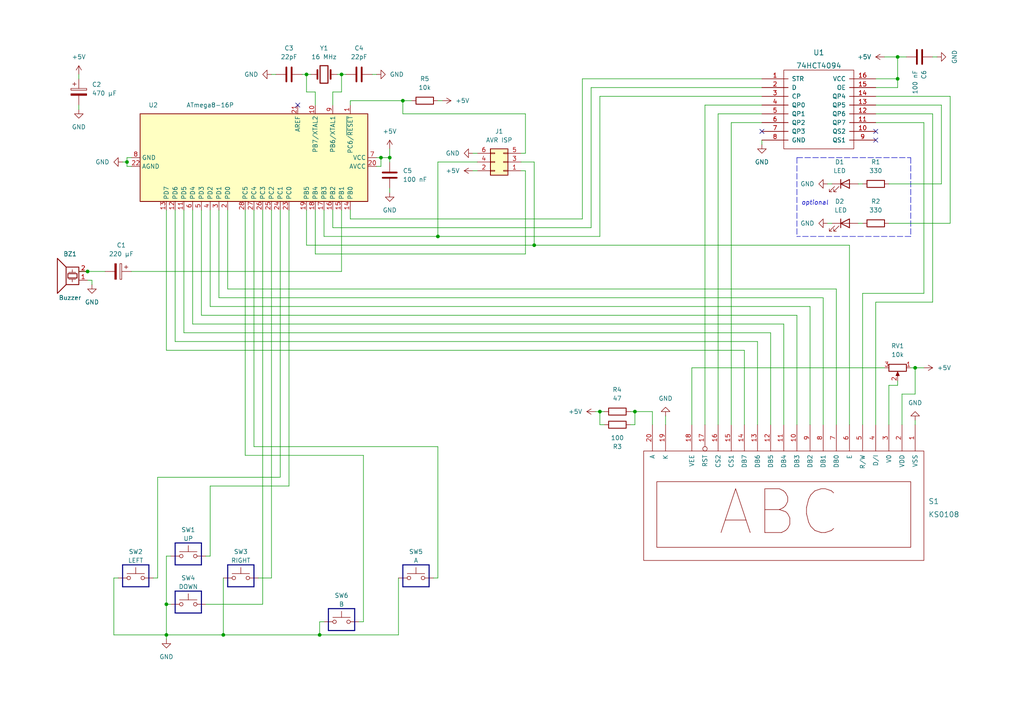
<source format=kicad_sch>
(kicad_sch (version 20211123) (generator eeschema)
  (paper "A4")
  (title_block (title "Tetris - Plain board") (date "2022-02-23") (rev "1.0") (company "Michael Büsch <m@bues.ch>"))
  (lib_symbols
    (symbol "74hct4094:74HCT4094" (pin_names (offset 1.016))
      (property "Reference" "U" (at 0 -13.9954 0))
      (property "Value" "74HCT4094" (at 0 13.9954 0))
      (symbol "74HCT4094_0_1"
        (rectangle (start -10.16 11.43) (end 10.16 -11.43))
      )
      (symbol "74HCT4094_1_1"
        (pin input line (at -16.51 8.89 0) (length 7.62) (name "STR") (number "1"))
        (pin input line (at 16.51 -6.35 180) (length 7.62) (name "QS2") (number "10"))
        (pin input line (at 16.51 -3.81 180) (length 7.62) (name "QP7") (number "11"))
        (pin input line (at 16.51 -1.27 180) (length 7.62) (name "QP6") (number "12"))
        (pin input line (at 16.51 1.27 180) (length 7.62) (name "QP5") (number "13"))
        (pin input line (at 16.51 3.81 180) (length 7.62) (name "QP4") (number "14"))
        (pin input line (at 16.51 6.35 180) (length 7.62) (name "OE") (number "15"))
        (pin input line (at 16.51 8.89 180) (length 7.62) (name "VCC") (number "16"))
        (pin input line (at -16.51 6.35 0) (length 7.62) (name "D") (number "2"))
        (pin input line (at -16.51 3.81 0) (length 7.62) (name "CP") (number "3"))
        (pin input line (at -16.51 1.27 0) (length 7.62) (name "QP0") (number "4"))
        (pin input line (at -16.51 -1.27 0) (length 7.62) (name "QP1") (number "5"))
        (pin input line (at -16.51 -3.81 0) (length 7.62) (name "QP2") (number "6"))
        (pin input line (at -16.51 -6.35 0) (length 7.62) (name "QP3") (number "7"))
        (pin input line (at -16.51 -8.89 0) (length 7.62) (name "GND") (number "8"))
        (pin input line (at 16.51 -8.89 180) (length 7.62) (name "QS1") (number "9"))
      )
    )
    (symbol "Connector_Generic:Conn_02x03_Odd_Even" (pin_names (offset 1.016) hide)
      (property "Reference" "J" (at 1.27 5.08 0))
      (property "Value" "Conn_02x03_Odd_Even" (at 1.27 -5.08 0))
      (symbol "Conn_02x03_Odd_Even_1_1"
        (rectangle (start -1.27 -2.413) (end 0 -2.667) (stroke (width 0.1524)))
        (rectangle (start -1.27 0.127) (end 0 -0.127) (stroke (width 0.1524)))
        (rectangle (start -1.27 2.667) (end 0 2.413) (stroke (width 0.1524)))
        (rectangle (start -1.27 3.81) (end 3.81 -3.81) (stroke (width 0.254)) (fill (type background)))
        (rectangle (start 3.81 -2.413) (end 2.54 -2.667) (stroke (width 0.1524)))
        (rectangle (start 3.81 0.127) (end 2.54 -0.127) (stroke (width 0.1524)))
        (rectangle (start 3.81 2.667) (end 2.54 2.413) (stroke (width 0.1524)))
        (pin passive line (at -5.08 2.54 0) (length 3.81) (name "Pin_1") (number "1"))
        (pin passive line (at 7.62 2.54 180) (length 3.81) (name "Pin_2") (number "2"))
        (pin passive line (at -5.08 0 0) (length 3.81) (name "Pin_3") (number "3"))
        (pin passive line (at 7.62 0 180) (length 3.81) (name "Pin_4") (number "4"))
        (pin passive line (at -5.08 -2.54 0) (length 3.81) (name "Pin_5") (number "5"))
        (pin passive line (at 7.62 -2.54 180) (length 3.81) (name "Pin_6") (number "6"))
      )
    )
    (symbol "Device:C" (pin_numbers hide) (pin_names (offset 0.254))
      (property "Reference" "C" (at 0.635 2.54 0))
      (property "Value" "C" (at 0.635 -2.54 0))
      (symbol "C_0_1"
        (polyline (pts (xy -2.032 -0.762) (xy 2.032 -0.762)) (stroke (width 0.508)))
        (polyline (pts (xy -2.032 0.762) (xy 2.032 0.762)) (stroke (width 0.508)))
      )
      (symbol "C_1_1"
        (pin passive line (at 0 3.81 270) (length 2.794) (name "~") (number "1"))
        (pin passive line (at 0 -3.81 90) (length 2.794) (name "~") (number "2"))
      )
    )
    (symbol "Device:C_Polarized" (pin_numbers hide) (pin_names (offset 0.254))
      (property "Reference" "C" (at 0.635 2.54 0))
      (property "Value" "C_Polarized" (at 0.635 -2.54 0))
      (symbol "C_Polarized_0_1"
        (rectangle (start -2.286 0.508) (end 2.286 1.016))
        (polyline (pts (xy -1.778 2.286) (xy -0.762 2.286)))
        (polyline (pts (xy -1.27 2.794) (xy -1.27 1.778)))
        (rectangle (start 2.286 -0.508) (end -2.286 -1.016) (fill (type outline)))
      )
      (symbol "C_Polarized_1_1"
        (pin passive line (at 0 3.81 270) (length 2.794) (name "~") (number "1"))
        (pin passive line (at 0 -3.81 90) (length 2.794) (name "~") (number "2"))
      )
    )
    (symbol "Device:Crystal" (pin_numbers hide) (pin_names (offset 1.016) hide)
      (property "Reference" "Y" (at 0 3.81 0))
      (property "Value" "Crystal" (at 0 -3.81 0))
      (symbol "Crystal_0_1"
        (rectangle (start -1.143 2.54) (end 1.143 -2.54) (stroke (width 0.3048)))
        (polyline (pts (xy -2.54 0) (xy -1.905 0)))
        (polyline (pts (xy -1.905 -1.27) (xy -1.905 1.27)) (stroke (width 0.508)))
        (polyline (pts (xy 1.905 -1.27) (xy 1.905 1.27)) (stroke (width 0.508)))
        (polyline (pts (xy 2.54 0) (xy 1.905 0)))
      )
      (symbol "Crystal_1_1"
        (pin passive line (at -3.81 0 0) (length 1.27) (name "1") (number "1"))
        (pin passive line (at 3.81 0 180) (length 1.27) (name "2") (number "2"))
      )
    )
    (symbol "Device:LED" (pin_numbers hide) (pin_names (offset 1.016) hide)
      (property "Reference" "D" (at 0 2.54 0))
      (property "Value" "LED" (at 0 -2.54 0))
      (symbol "LED_0_1"
        (polyline (pts (xy -1.27 -1.27) (xy -1.27 1.27)) (stroke (width 0.254)))
        (polyline (pts (xy -1.27 0) (xy 1.27 0)))
        (polyline (pts (xy 1.27 -1.27) (xy 1.27 1.27) (xy -1.27 0) (xy 1.27 -1.27)) (stroke (width 0.254)))
        (polyline (pts (xy -3.048 -0.762) (xy -4.572 -2.286) (xy -3.81 -2.286) (xy -4.572 -2.286) (xy -4.572 -1.524)))
        (polyline (pts (xy -1.778 -0.762) (xy -3.302 -2.286) (xy -2.54 -2.286) (xy -3.302 -2.286) (xy -3.302 -1.524)))
      )
      (symbol "LED_1_1"
        (pin passive line (at -3.81 0 0) (length 2.54) (name "K") (number "1"))
        (pin passive line (at 3.81 0 180) (length 2.54) (name "A") (number "2"))
      )
    )
    (symbol "Device:R" (pin_numbers hide) (pin_names (offset 0))
      (property "Reference" "R" (at 2.032 0 90))
      (property "Value" "R" (at 0 0 90))
      (symbol "R_0_1"
        (rectangle (start -1.016 -2.54) (end 1.016 2.54) (stroke (width 0.254)))
      )
      (symbol "R_1_1"
        (pin passive line (at 0 3.81 270) (length 1.27) (name "~") (number "1"))
        (pin passive line (at 0 -3.81 90) (length 1.27) (name "~") (number "2"))
      )
    )
    (symbol "Device:R_Potentiometer" (pin_names (offset 1.016) hide)
      (property "Reference" "RV" (at -4.445 0 90))
      (property "Value" "R_Potentiometer" (at -2.54 0 90))
      (symbol "R_Potentiometer_0_1"
        (polyline (pts (xy 2.54 0) (xy 1.524 0)))
        (polyline (pts (xy 1.143 0) (xy 2.286 0.508) (xy 2.286 -0.508) (xy 1.143 0)) (fill (type outline)))
        (rectangle (start 1.016 2.54) (end -1.016 -2.54) (stroke (width 0.254)))
      )
      (symbol "R_Potentiometer_1_1"
        (pin passive line (at 0 3.81 270) (length 1.27) (name "1") (number "1"))
        (pin passive line (at 3.81 0 180) (length 1.27) (name "2") (number "2"))
        (pin passive line (at 0 -3.81 90) (length 1.27) (name "3") (number "3"))
      )
    )
    (symbol "Device:Speaker_Crystal" (pin_names (offset 0) hide)
      (property "Reference" "LS" (at 0.635 5.715 0))
      (property "Value" "Speaker_Crystal" (at 0.635 3.81 0))
      (symbol "Speaker_Crystal_0_0"
        (rectangle (start -2.54 1.27) (end 1.143 -3.81) (stroke (width 0.254)))
        (rectangle (start -2.032 -0.635) (end 0.635 -1.905) (stroke (width 0.254)))
        (polyline (pts (xy -1.651 -2.286) (xy 0.381 -2.286)))
        (polyline (pts (xy -1.651 -0.254) (xy 0.381 -0.254)))
        (polyline (pts (xy -0.635 -2.286) (xy -0.635 -3.048)))
        (polyline (pts (xy -0.635 -0.254) (xy -0.635 0.508)))
        (polyline (pts (xy 1.143 1.27) (xy 3.683 3.81) (xy 3.683 -6.35) (xy 1.143 -3.81)) (stroke (width 0.254)))
      )
      (symbol "Speaker_Crystal_1_1"
        (pin input line (at -5.08 0 0) (length 2.54) (name "1") (number "1"))
        (pin input line (at -5.08 -2.54 0) (length 2.54) (name "2") (number "2"))
      )
    )
    (symbol "MCU_Microchip_ATmega:ATmega8-16P"
      (property "Reference" "U" (at -12.7 34.29 0))
      (property "Value" "ATmega8-16P" (at 5.08 -34.29 0))
      (symbol "ATmega8-16P_0_1"
        (rectangle (start -12.7 -33.02) (end 12.7 33.02) (stroke (width 0.254)) (fill (type background)))
      )
      (symbol "ATmega8-16P_1_1"
        (pin bidirectional line (at -15.24 27.94 0) (length 2.54) (name "PC6/~{RESET}") (number "1"))
        (pin bidirectional line (at -15.24 17.78 0) (length 2.54) (name "PB7/XTAL2") (number "10"))
        (pin bidirectional line (at 15.24 -20.32 180) (length 2.54) (name "PD5") (number "11"))
        (pin bidirectional line (at 15.24 -22.86 180) (length 2.54) (name "PD6") (number "12"))
        (pin bidirectional line (at 15.24 -25.4 180) (length 2.54) (name "PD7") (number "13"))
        (pin bidirectional line (at 15.24 27.94 180) (length 2.54) (name "PB0") (number "14"))
        (pin bidirectional line (at 15.24 25.4 180) (length 2.54) (name "PB1") (number "15"))
        (pin bidirectional line (at 15.24 22.86 180) (length 2.54) (name "PB2") (number "16"))
        (pin bidirectional line (at 15.24 20.32 180) (length 2.54) (name "PB3") (number "17"))
        (pin bidirectional line (at 15.24 17.78 180) (length 2.54) (name "PB4") (number "18"))
        (pin bidirectional line (at 15.24 15.24 180) (length 2.54) (name "PB5") (number "19"))
        (pin bidirectional line (at 15.24 -7.62 180) (length 2.54) (name "PD0") (number "2"))
        (pin power_in line (at 2.54 35.56 270) (length 2.54) (name "AVCC") (number "20"))
        (pin passive line (at -15.24 12.7 0) (length 2.54) (name "AREF") (number "21"))
        (pin power_in line (at 2.54 -35.56 90) (length 2.54) (name "AGND") (number "22"))
        (pin bidirectional line (at 15.24 10.16 180) (length 2.54) (name "PC0") (number "23"))
        (pin bidirectional line (at 15.24 7.62 180) (length 2.54) (name "PC1") (number "24"))
        (pin bidirectional line (at 15.24 5.08 180) (length 2.54) (name "PC2") (number "25"))
        (pin bidirectional line (at 15.24 2.54 180) (length 2.54) (name "PC3") (number "26"))
        (pin bidirectional line (at 15.24 0 180) (length 2.54) (name "PC4") (number "27"))
        (pin bidirectional line (at 15.24 -2.54 180) (length 2.54) (name "PC5") (number "28"))
        (pin bidirectional line (at 15.24 -10.16 180) (length 2.54) (name "PD1") (number "3"))
        (pin bidirectional line (at 15.24 -12.7 180) (length 2.54) (name "PD2") (number "4"))
        (pin bidirectional line (at 15.24 -15.24 180) (length 2.54) (name "PD3") (number "5"))
        (pin bidirectional line (at 15.24 -17.78 180) (length 2.54) (name "PD4") (number "6"))
        (pin power_in line (at 0 35.56 270) (length 2.54) (name "VCC") (number "7"))
        (pin power_in line (at 0 -35.56 90) (length 2.54) (name "GND") (number "8"))
        (pin bidirectional line (at -15.24 22.86 0) (length 2.54) (name "PB6/XTAL1") (number "9"))
      )
    )
    (symbol "Switch:SW_Push" (pin_numbers hide) (pin_names (offset 1.016) hide)
      (property "Reference" "SW" (at 1.27 2.54 0))
      (property "Value" "SW_Push" (at 0 -1.524 0))
      (symbol "SW_Push_0_1"
        (circle (center -2.032 0) (radius 0.508))
        (polyline (pts (xy 0 1.27) (xy 0 3.048)))
        (polyline (pts (xy 2.54 1.27) (xy -2.54 1.27)))
        (circle (center 2.032 0) (radius 0.508))
        (pin passive line (at -5.08 0 0) (length 2.54) (name "1") (number "1"))
        (pin passive line (at 5.08 0 180) (length 2.54) (name "2") (number "2"))
      )
    )
    (symbol "ks0108:KS0108" (pin_names (offset 1.016))
      (property "Reference" "S" (at -20.32 20.32 0))
      (property "Value" "KS0108" (at 20.32 20.32 0))
      (symbol "KS0108_0_0"
        (text "ABC" (at 1.27 3.81 0) (effects (font (size 12.7 12.7))))
      )
      (symbol "KS0108_0_1"
        (rectangle (start -36.83 13.97) (end 36.83 -5.08))
        (rectangle (start 40.64 -13.97) (end -40.64 17.78))
      )
      (symbol "KS0108_1_1"
        (pin input line (at -38.1 -21.59 90) (length 7.62) (name "VSS") (number "1"))
        (pin input line (at -3.81 -21.59 90) (length 7.62) (name "DB3") (number "10"))
        (pin input line (at 0 -21.59 90) (length 7.62) (name "DB4") (number "11"))
        (pin input line (at 3.81 -21.59 90) (length 7.62) (name "DB5") (number "12"))
        (pin input line (at 7.62 -21.59 90) (length 7.62) (name "DB6") (number "13"))
        (pin input line (at 11.43 -21.59 90) (length 7.62) (name "DB7") (number "14"))
        (pin input line (at 15.24 -21.59 90) (length 7.62) (name "CS1") (number "15"))
        (pin input line (at 19.05 -21.59 90) (length 7.62) (name "CS2") (number "16"))
        (pin input inverted (at 22.86 -21.59 90) (length 7.62) (name "RST") (number "17"))
        (pin input line (at 26.67 -21.59 90) (length 7.62) (name "VEE") (number "18"))
        (pin input line (at 34.29 -21.59 90) (length 7.62) (name "K") (number "19"))
        (pin input line (at -34.29 -21.59 90) (length 7.62) (name "VDD") (number "2"))
        (pin input line (at 38.1 -21.59 90) (length 7.62) (name "A") (number "20"))
        (pin input line (at -30.48 -21.59 90) (length 7.62) (name "V0") (number "3"))
        (pin input line (at -26.67 -21.59 90) (length 7.62) (name "D/I") (number "4"))
        (pin input line (at -22.86 -21.59 90) (length 7.62) (name "R/W") (number "5"))
        (pin input line (at -19.05 -21.59 90) (length 7.62) (name "E") (number "6"))
        (pin input line (at -15.24 -21.59 90) (length 7.62) (name "DB0") (number "7"))
        (pin input line (at -11.43 -21.59 90) (length 7.62) (name "DB1") (number "8"))
        (pin input line (at -7.62 -21.59 90) (length 7.62) (name "DB2") (number "9"))
      )
    )
    (symbol "power:+5V" (power) (pin_names (offset 0))
      (property "Value" "+5V" (at 0 3.556 0))
      (symbol "+5V_0_1"
        (polyline (pts (xy -0.762 1.27) (xy 0 2.54)))
        (polyline (pts (xy 0 0) (xy 0 2.54)))
        (polyline (pts (xy 0 2.54) (xy 0.762 1.27)))
      )
      (symbol "+5V_1_1"
        (pin power_in line (at 0 0 90) (length 0) hide (name "+5V") (number "1"))
      )
    )
    (symbol "power:GND" (power) (pin_names (offset 0))
      (property "Value" "GND" (at 0 -3.81 0))
      (symbol "GND_0_1"
        (polyline (pts (xy 0 0) (xy 0 -1.27) (xy 1.27 -1.27) (xy 0 -2.54) (xy -1.27 -1.27) (xy 0 -1.27)))
      )
      (symbol "GND_1_1"
        (pin power_in line (at 0 0 270) (length 0) hide (name "GND") (number "1"))
      )
    )
  )
  (junction (at 113.03 45.72))
  (junction (at 99.06 21.59))
  (junction (at 92.71 184.15))
  (junction (at 36.83 46.99))
  (junction (at 184.15 119.38))
  (junction (at 154.94 71.12))
  (junction (at 110.49 45.72))
  (junction (at 260.35 16.51))
  (junction (at 127 68.58))
  (junction (at 25.4 78.74))
  (junction (at 48.26 175.26))
  (junction (at 48.26 184.15))
  (junction (at 173.99 119.38))
  (junction (at 64.77 184.15))
  (junction (at 116.84 29.21))
  (junction (at 88.9 21.59))
  (junction (at 265.43 106.68))
  (junction (at 260.35 22.86))
  (no_connect (at 220.98 38.1))
  (no_connect (at 86.36 30.48))
  (no_connect (at 254 38.1))
  (no_connect (at 254 40.64))
  (bus (pts (xy 50.8 171.45) (xy 50.8 177.8)))
  (wire (pts (xy 127 129.54) (xy 127 167.64)))
  (wire (pts (xy 99.06 26.67) (xy 96.52 26.67)))
  (wire (pts (xy 154.94 46.99) (xy 154.94 71.12)))
  (wire (pts (xy 152.4 44.45) (xy 151.13 44.45)))
  (wire (pts (xy 275.59 64.77) (xy 275.59 27.94)))
  (wire (pts (xy 63.5 86.36) (xy 238.76 86.36)))
  (wire (pts (xy 26.67 81.28) (xy 26.67 82.55)))
  (wire (pts (xy 96.52 60.96) (xy 96.52 66.04)))
  (wire (pts (xy 48.26 184.15) (xy 48.26 185.42)))
  (wire (pts (xy 223.52 96.52) (xy 223.52 123.19)))
  (wire (pts (xy 55.88 60.96) (xy 55.88 93.98)))
  (wire (pts (xy 260.35 22.86) (xy 260.35 25.4)))
  (wire (pts (xy 265.43 114.3) (xy 265.43 106.68)))
  (wire (pts (xy 220.98 33.02) (xy 208.28 33.02)))
  (wire (pts (xy 60.96 60.96) (xy 60.96 88.9)))
  (wire (pts (xy 265.43 121.92) (xy 265.43 123.19)))
  (wire (pts (xy 113.03 45.72) (xy 113.03 46.99)))
  (bus (pts (xy 73.66 170.18) (xy 73.66 163.83)))
  (bus (pts (xy 66.04 163.83) (xy 66.04 170.18)))
  (wire (pts (xy 138.43 49.53) (xy 137.16 49.53)))
  (wire (pts (xy 212.09 35.56) (xy 212.09 123.19)))
  (wire (pts (xy 193.04 120.65) (xy 193.04 123.19)))
  (wire (pts (xy 36.83 45.72) (xy 36.83 46.99)))
  (wire (pts (xy 48.26 175.26) (xy 49.53 175.26)))
  (wire (pts (xy 45.72 167.64) (xy 44.45 167.64)))
  (bus (pts (xy 50.8 163.83) (xy 58.42 163.83)))
  (bus (pts (xy 58.42 177.8) (xy 58.42 171.45)))
  (polyline (pts (xy 264.16 45.72) (xy 264.16 68.58)))
  (wire (pts (xy 88.9 26.67) (xy 91.44 26.67)))
  (wire (pts (xy 48.26 161.29) (xy 48.26 175.26)))
  (wire (pts (xy 248.92 64.77) (xy 250.19 64.77)))
  (wire (pts (xy 96.52 26.67) (xy 96.52 30.48)))
  (bus (pts (xy 50.8 157.48) (xy 58.42 157.48)))
  (wire (pts (xy 87.63 21.59) (xy 88.9 21.59)))
  (wire (pts (xy 116.84 33.02) (xy 152.4 33.02)))
  (wire (pts (xy 138.43 46.99) (xy 127 46.99)))
  (wire (pts (xy 172.72 119.38) (xy 173.99 119.38)))
  (wire (pts (xy 273.05 30.48) (xy 254 30.48)))
  (wire (pts (xy 88.9 21.59) (xy 88.9 26.67)))
  (bus (pts (xy 35.56 163.83) (xy 43.18 163.83)))
  (wire (pts (xy 171.45 66.04) (xy 171.45 25.4)))
  (bus (pts (xy 43.18 163.83) (xy 43.18 170.18)))
  (wire (pts (xy 261.62 114.3) (xy 261.62 123.19)))
  (bus (pts (xy 95.25 176.53) (xy 95.25 182.88)))
  (wire (pts (xy 173.99 68.58) (xy 173.99 27.94)))
  (wire (pts (xy 50.8 99.06) (xy 50.8 60.96)))
  (wire (pts (xy 254 35.56) (xy 267.97 35.56)))
  (wire (pts (xy 260.35 16.51) (xy 262.89 16.51)))
  (wire (pts (xy 151.13 49.53) (xy 152.4 49.53)))
  (wire (pts (xy 58.42 60.96) (xy 58.42 91.44)))
  (wire (pts (xy 152.4 49.53) (xy 152.4 73.66)))
  (wire (pts (xy 240.03 64.77) (xy 241.3 64.77)))
  (wire (pts (xy 242.57 83.82) (xy 242.57 123.19)))
  (wire (pts (xy 175.26 119.38) (xy 173.99 119.38)))
  (bus (pts (xy 50.8 177.8) (xy 58.42 177.8)))
  (wire (pts (xy 151.13 46.99) (xy 154.94 46.99)))
  (wire (pts (xy 219.71 99.06) (xy 219.71 123.19)))
  (wire (pts (xy 88.9 21.59) (xy 90.17 21.59)))
  (wire (pts (xy 240.03 53.34) (xy 241.3 53.34)))
  (bus (pts (xy 116.84 163.83) (xy 116.84 170.18)))
  (wire (pts (xy 184.15 119.38) (xy 189.23 119.38)))
  (wire (pts (xy 78.74 60.96) (xy 78.74 167.64)))
  (wire (pts (xy 25.4 81.28) (xy 26.67 81.28)))
  (wire (pts (xy 99.06 78.74) (xy 99.06 60.96)))
  (wire (pts (xy 173.99 123.19) (xy 175.26 123.19)))
  (wire (pts (xy 88.9 71.12) (xy 88.9 60.96)))
  (wire (pts (xy 71.12 60.96) (xy 71.12 132.08)))
  (wire (pts (xy 76.2 175.26) (xy 59.69 175.26)))
  (wire (pts (xy 101.6 63.5) (xy 168.91 63.5)))
  (wire (pts (xy 113.03 54.61) (xy 113.03 55.88)))
  (polyline (pts (xy 231.14 45.72) (xy 231.14 68.58)))
  (wire (pts (xy 49.53 161.29) (xy 48.26 161.29)))
  (wire (pts (xy 105.41 132.08) (xy 105.41 180.34)))
  (wire (pts (xy 182.88 119.38) (xy 184.15 119.38)))
  (wire (pts (xy 127 68.58) (xy 173.99 68.58)))
  (wire (pts (xy 171.45 25.4) (xy 220.98 25.4)))
  (bus (pts (xy 58.42 163.83) (xy 58.42 157.48)))
  (wire (pts (xy 81.28 138.43) (xy 45.72 138.43)))
  (wire (pts (xy 33.02 184.15) (xy 48.26 184.15)))
  (wire (pts (xy 260.35 111.76) (xy 257.81 111.76)))
  (wire (pts (xy 63.5 60.96) (xy 63.5 86.36)))
  (bus (pts (xy 35.56 170.18) (xy 43.18 170.18)))
  (wire (pts (xy 105.41 180.34) (xy 104.14 180.34)))
  (wire (pts (xy 113.03 45.72) (xy 113.03 43.18)))
  (wire (pts (xy 260.35 110.49) (xy 260.35 111.76)))
  (wire (pts (xy 97.79 21.59) (xy 99.06 21.59)))
  (wire (pts (xy 184.15 123.19) (xy 184.15 119.38)))
  (wire (pts (xy 260.35 22.86) (xy 260.35 16.51)))
  (wire (pts (xy 220.98 35.56) (xy 212.09 35.56)))
  (bus (pts (xy 95.25 176.53) (xy 102.87 176.53)))
  (wire (pts (xy 138.43 44.45) (xy 137.16 44.45)))
  (wire (pts (xy 73.66 129.54) (xy 127 129.54)))
  (wire (pts (xy 271.78 16.51) (xy 270.51 16.51)))
  (wire (pts (xy 173.99 27.94) (xy 220.98 27.94)))
  (wire (pts (xy 71.12 132.08) (xy 105.41 132.08)))
  (wire (pts (xy 231.14 91.44) (xy 231.14 123.19)))
  (wire (pts (xy 200.66 106.68) (xy 200.66 123.19)))
  (wire (pts (xy 107.95 21.59) (xy 109.22 21.59)))
  (wire (pts (xy 50.8 99.06) (xy 219.71 99.06)))
  (wire (pts (xy 220.98 30.48) (xy 204.47 30.48)))
  (wire (pts (xy 250.19 85.09) (xy 250.19 123.19)))
  (wire (pts (xy 168.91 22.86) (xy 220.98 22.86)))
  (wire (pts (xy 91.44 26.67) (xy 91.44 30.48)))
  (wire (pts (xy 273.05 53.34) (xy 273.05 30.48)))
  (wire (pts (xy 267.97 85.09) (xy 250.19 85.09)))
  (bus (pts (xy 102.87 182.88) (xy 102.87 176.53)))
  (bus (pts (xy 50.8 157.48) (xy 50.8 163.83)))
  (wire (pts (xy 48.26 101.6) (xy 48.26 60.96)))
  (wire (pts (xy 22.86 21.59) (xy 22.86 22.86)))
  (bus (pts (xy 35.56 170.18) (xy 35.56 163.83)))
  (wire (pts (xy 48.26 175.26) (xy 48.26 184.15)))
  (wire (pts (xy 93.98 60.96) (xy 93.98 68.58)))
  (wire (pts (xy 93.98 180.34) (xy 92.71 180.34)))
  (wire (pts (xy 248.92 53.34) (xy 250.19 53.34)))
  (wire (pts (xy 246.38 71.12) (xy 154.94 71.12)))
  (wire (pts (xy 60.96 88.9) (xy 234.95 88.9)))
  (wire (pts (xy 91.44 73.66) (xy 91.44 60.96)))
  (polyline (pts (xy 231.14 45.72) (xy 264.16 45.72)))
  (wire (pts (xy 48.26 101.6) (xy 215.9 101.6)))
  (wire (pts (xy 101.6 29.21) (xy 116.84 29.21)))
  (wire (pts (xy 22.86 30.48) (xy 22.86 31.75)))
  (wire (pts (xy 127 46.99) (xy 127 68.58)))
  (wire (pts (xy 257.81 64.77) (xy 275.59 64.77)))
  (wire (pts (xy 60.96 140.97) (xy 60.96 161.29)))
  (bus (pts (xy 66.04 163.83) (xy 73.66 163.83)))
  (wire (pts (xy 173.99 119.38) (xy 173.99 123.19)))
  (wire (pts (xy 264.16 106.68) (xy 265.43 106.68)))
  (wire (pts (xy 66.04 83.82) (xy 242.57 83.82)))
  (wire (pts (xy 45.72 138.43) (xy 45.72 167.64)))
  (wire (pts (xy 254 87.63) (xy 254 123.19)))
  (wire (pts (xy 116.84 29.21) (xy 116.84 33.02)))
  (wire (pts (xy 257.81 111.76) (xy 257.81 123.19)))
  (wire (pts (xy 38.1 45.72) (xy 36.83 45.72)))
  (wire (pts (xy 127 167.64) (xy 125.73 167.64)))
  (wire (pts (xy 215.9 123.19) (xy 215.9 101.6)))
  (wire (pts (xy 152.4 33.02) (xy 152.4 44.45)))
  (wire (pts (xy 81.28 60.96) (xy 81.28 138.43)))
  (wire (pts (xy 168.91 63.5) (xy 168.91 22.86)))
  (wire (pts (xy 38.1 48.26) (xy 36.83 48.26)))
  (wire (pts (xy 115.57 184.15) (xy 92.71 184.15)))
  (wire (pts (xy 58.42 91.44) (xy 231.14 91.44)))
  (wire (pts (xy 53.34 60.96) (xy 53.34 96.52)))
  (wire (pts (xy 73.66 60.96) (xy 73.66 129.54)))
  (wire (pts (xy 34.29 167.64) (xy 33.02 167.64)))
  (bus (pts (xy 124.46 170.18) (xy 124.46 163.83)))
  (wire (pts (xy 22.86 78.74) (xy 25.4 78.74)))
  (polyline (pts (xy 264.16 68.58) (xy 231.14 68.58)))
  (wire (pts (xy 64.77 184.15) (xy 48.26 184.15)))
  (wire (pts (xy 110.49 45.72) (xy 113.03 45.72)))
  (wire (pts (xy 257.81 53.34) (xy 273.05 53.34)))
  (wire (pts (xy 246.38 71.12) (xy 246.38 123.19)))
  (wire (pts (xy 25.4 78.74) (xy 30.48 78.74)))
  (wire (pts (xy 53.34 96.52) (xy 223.52 96.52)))
  (wire (pts (xy 116.84 29.21) (xy 119.38 29.21)))
  (wire (pts (xy 270.51 33.02) (xy 270.51 87.63)))
  (bus (pts (xy 116.84 163.83) (xy 124.46 163.83)))
  (wire (pts (xy 270.51 87.63) (xy 254 87.63)))
  (wire (pts (xy 238.76 123.19) (xy 238.76 86.36)))
  (bus (pts (xy 66.04 170.18) (xy 73.66 170.18)))
  (wire (pts (xy 152.4 73.66) (xy 91.44 73.66)))
  (bus (pts (xy 116.84 170.18) (xy 124.46 170.18)))
  (wire (pts (xy 38.1 78.74) (xy 99.06 78.74)))
  (wire (pts (xy 261.62 114.3) (xy 265.43 114.3)))
  (wire (pts (xy 76.2 60.96) (xy 76.2 175.26)))
  (bus (pts (xy 95.25 182.88) (xy 102.87 182.88)))
  (wire (pts (xy 127 29.21) (xy 128.27 29.21)))
  (bus (pts (xy 50.8 171.45) (xy 58.42 171.45)))
  (wire (pts (xy 254 25.4) (xy 260.35 25.4)))
  (wire (pts (xy 110.49 45.72) (xy 110.49 48.26)))
  (wire (pts (xy 33.02 167.64) (xy 33.02 184.15)))
  (wire (pts (xy 182.88 123.19) (xy 184.15 123.19)))
  (wire (pts (xy 55.88 93.98) (xy 227.33 93.98)))
  (wire (pts (xy 36.83 48.26) (xy 36.83 46.99)))
  (wire (pts (xy 36.83 46.99) (xy 35.56 46.99)))
  (wire (pts (xy 78.74 21.59) (xy 80.01 21.59)))
  (wire (pts (xy 234.95 88.9) (xy 234.95 123.19)))
  (wire (pts (xy 60.96 161.29) (xy 59.69 161.29)))
  (wire (pts (xy 109.22 48.26) (xy 110.49 48.26)))
  (wire (pts (xy 101.6 60.96) (xy 101.6 63.5)))
  (wire (pts (xy 66.04 60.96) (xy 66.04 83.82)))
  (wire (pts (xy 254 33.02) (xy 270.51 33.02)))
  (wire (pts (xy 92.71 180.34) (xy 92.71 184.15)))
  (wire (pts (xy 200.66 106.68) (xy 256.54 106.68)))
  (wire (pts (xy 99.06 21.59) (xy 100.33 21.59)))
  (wire (pts (xy 204.47 30.48) (xy 204.47 123.19)))
  (wire (pts (xy 189.23 119.38) (xy 189.23 123.19)))
  (wire (pts (xy 96.52 66.04) (xy 171.45 66.04)))
  (wire (pts (xy 267.97 35.56) (xy 267.97 85.09)))
  (wire (pts (xy 154.94 71.12) (xy 88.9 71.12)))
  (wire (pts (xy 64.77 167.64) (xy 64.77 184.15)))
  (wire (pts (xy 83.82 140.97) (xy 60.96 140.97)))
  (wire (pts (xy 92.71 184.15) (xy 64.77 184.15)))
  (wire (pts (xy 227.33 93.98) (xy 227.33 123.19)))
  (wire (pts (xy 256.54 16.51) (xy 260.35 16.51)))
  (wire (pts (xy 265.43 106.68) (xy 267.97 106.68)))
  (wire (pts (xy 254 22.86) (xy 260.35 22.86)))
  (wire (pts (xy 101.6 30.48) (xy 101.6 29.21)))
  (wire (pts (xy 115.57 167.64) (xy 115.57 184.15)))
  (wire (pts (xy 220.98 41.91) (xy 220.98 40.64)))
  (wire (pts (xy 93.98 68.58) (xy 127 68.58)))
  (wire (pts (xy 78.74 167.64) (xy 74.93 167.64)))
  (wire (pts (xy 83.82 60.96) (xy 83.82 140.97)))
  (wire (pts (xy 99.06 21.59) (xy 99.06 26.67)))
  (wire (pts (xy 254 27.94) (xy 275.59 27.94)))
  (wire (pts (xy 208.28 33.02) (xy 208.28 123.19)))
  (wire (pts (xy 109.22 45.72) (xy 110.49 45.72)))
  (text "optional" (at 232.41 59.69 0) (effects (font (size 1.27 1.27) italic) (justify left bottom)))
  (symbol (lib_id "Switch:SW_Push") (at 120.65 167.64 0) (unit 1)
    (property "Reference" "SW5" (at 120.65 160.02 0))
    (property "Value" "A" (at 120.65 162.56 0))
  )
  (symbol (lib_id "Device:R") (at 254 53.34 90) (unit 1)
    (property "Reference" "R1" (at 254 46.99 90))
    (property "Value" "330" (at 254 49.53 90))
  )
  (symbol (lib_id "Device:R") (at 123.19 29.21 270) (unit 1)
    (property "Reference" "R5" (at 123.19 22.86 90))
    (property "Value" "10k" (at 123.19 25.4 90))
  )
  (symbol (lib_id "Switch:SW_Push") (at 39.37 167.64 0) (unit 1)
    (property "Reference" "SW2" (at 39.37 160.02 0))
    (property "Value" "LEFT" (at 39.37 162.56 0))
  )
  (symbol (lib_id "power:GND") (at 22.86 31.75 0) (unit 1)
    (property "Reference" "#PWR02" (effects hide))
    (property "Value" "GND" (at 22.86 36.83 0))
  )
  (symbol (lib_id "power:GND") (at 193.04 120.65 180) (unit 1)
    (property "Reference" "#PWR013" (effects hide))
    (property "Value" "GND" (at 193.04 115.57 0))
  )
  (symbol (lib_id "Switch:SW_Push") (at 69.85 167.64 0) (unit 1)
    (property "Reference" "SW3" (at 69.85 160.02 0))
    (property "Value" "RIGHT" (at 69.85 162.56 0))
  )
  (symbol (lib_id "power:GND") (at 78.74 21.59 270) (unit 1)
    (property "Reference" "#PWR06" (effects hide))
    (property "Value" "GND" (at 74.93 21.5899 90) (effects (justify right)))
  )
  (symbol (lib_id "Switch:SW_Push") (at 54.61 175.26 0) (unit 1)
    (property "Reference" "SW4" (at 54.61 167.64 0))
    (property "Value" "DOWN" (at 54.61 170.18 0))
  )
  (symbol (lib_id "power:+5V") (at 22.86 21.59 0) (unit 1)
    (property "Reference" "#PWR01" (effects hide))
    (property "Value" "+5V" (at 22.86 16.51 0))
  )
  (symbol (lib_id "Device:R") (at 254 64.77 90) (unit 1)
    (property "Reference" "R2" (at 254 58.42 90))
    (property "Value" "330" (at 254 60.96 90))
  )
  (symbol (lib_id "power:GND") (at 26.67 82.55 0) (unit 1)
    (property "Reference" "#PWR03" (effects hide))
    (property "Value" "GND" (at 26.67 87.63 0))
  )
  (symbol (lib_id "Device:Crystal") (at 93.98 21.59 0) (unit 1)
    (property "Reference" "Y1" (at 93.98 13.97 0))
    (property "Value" "16 MHz" (at 93.98 16.51 0))
  )
  (symbol (lib_id "power:+5V") (at 137.16 49.53 90) (unit 1)
    (property "Reference" "#PWR011" (effects hide))
    (property "Value" "+5V" (at 133.35 49.5301 90) (effects (justify left)))
  )
  (symbol (lib_id "Device:C") (at 266.7 16.51 270) (unit 1)
    (property "Reference" "C6" (at 267.9701 20.32 0) (effects (justify left)))
    (property "Value" "100 nF" (at 265.4301 20.32 0) (effects (justify left)))
  )
  (symbol (lib_id "Device:C") (at 83.82 21.59 90) (unit 1)
    (property "Reference" "C3" (at 83.82 13.97 90))
    (property "Value" "22pF" (at 83.82 16.51 90))
  )
  (symbol (lib_id "Device:C_Polarized") (at 22.86 26.67 0) (unit 1)
    (property "Reference" "C2" (at 26.67 24.5109 0) (effects (justify left)))
    (property "Value" "470 µF" (at 26.67 27.0509 0) (effects (justify left)))
  )
  (symbol (lib_id "power:GND") (at 109.22 21.59 90) (unit 1)
    (property "Reference" "#PWR07" (effects hide))
    (property "Value" "GND" (at 113.03 21.5899 90) (effects (justify right)))
  )
  (symbol (lib_id "Device:R") (at 179.07 119.38 90) (unit 1)
    (property "Reference" "R4" (at 180.34 113.03 90) (effects (justify left)))
    (property "Value" "47" (at 180.34 115.57 90) (effects (justify left)))
  )
  (symbol (lib_id "Device:LED") (at 245.11 64.77 0) (unit 1)
    (property "Reference" "D2" (at 243.5225 58.42 0))
    (property "Value" "LED" (at 243.84 60.96 0))
  )
  (symbol (lib_id "74hct4094:74HCT4094") (at 237.49 31.75 0) (unit 1)
    (property "Reference" "U1" (at 237.49 15.24 0) (effects (font (size 1.524 1.524))))
    (property "Value" "74HCT4094" (at 237.49 19.05 0) (effects (font (size 1.524 1.524))))
  )
  (symbol (lib_id "power:+5V") (at 256.54 16.51 90) (unit 1)
    (property "Reference" "#PWR020" (effects hide))
    (property "Value" "+5V" (at 252.73 16.5099 90) (effects (justify left)))
  )
  (symbol (lib_id "Device:C_Polarized") (at 34.29 78.74 270) (unit 1)
    (property "Reference" "C1" (at 35.179 71.12 90))
    (property "Value" "220 µF" (at 35.179 73.66 90))
  )
  (symbol (lib_id "Switch:SW_Push") (at 99.06 180.34 0) (unit 1)
    (property "Reference" "SW6" (at 99.06 172.72 0))
    (property "Value" "B" (at 99.06 175.26 0))
  )
  (symbol (lib_id "Device:C") (at 104.14 21.59 90) (unit 1)
    (property "Reference" "C4" (at 104.14 13.97 90))
    (property "Value" "22pF" (at 104.14 16.51 90))
  )
  (symbol (lib_id "power:GND") (at 35.56 46.99 270) (unit 1)
    (property "Reference" "#PWR04" (effects hide))
    (property "Value" "GND" (at 31.75 46.9899 90) (effects (justify right)))
  )
  (symbol (lib_id "power:GND") (at 240.03 64.77 270) (unit 1)
    (property "Reference" "#PWR016" (effects hide))
    (property "Value" "GND" (at 236.22 64.7699 90) (effects (justify right)))
  )
  (symbol (lib_id "Connector_Generic:Conn_02x03_Odd_Even") (at 146.05 46.99 180) (unit 1)
    (property "Reference" "J1" (at 144.78 38.1 0))
    (property "Value" "AVR ISP" (at 144.78 40.64 0))
  )
  (symbol (lib_id "ks0108:KS0108") (at 227.33 144.78 180) (unit 1)
    (property "Reference" "S1" (at 269.24 145.415 0) (effects (font (size 1.524 1.524)) (justify right)))
    (property "Value" "KS0108" (at 269.24 149.225 0) (effects (font (size 1.524 1.524)) (justify right)))
  )
  (symbol (lib_id "Device:R_Potentiometer") (at 260.35 106.68 270) (unit 1)
    (property "Reference" "RV1" (at 260.35 100.33 90))
    (property "Value" "10k" (at 260.35 102.87 90))
  )
  (symbol (lib_id "power:+5V") (at 113.03 43.18 0) (unit 1)
    (property "Reference" "#PWR08" (effects hide))
    (property "Value" "+5V" (at 113.03 38.1 0))
  )
  (symbol (lib_id "power:GND") (at 240.03 53.34 270) (unit 1)
    (property "Reference" "#PWR015" (effects hide))
    (property "Value" "GND" (at 236.22 53.3399 90) (effects (justify right)))
  )
  (symbol (lib_id "power:GND") (at 113.03 55.88 0) (unit 1)
    (property "Reference" "#PWR021" (effects hide))
    (property "Value" "GND" (at 113.03 60.96 0))
  )
  (symbol (lib_id "power:GND") (at 137.16 44.45 270) (unit 1)
    (property "Reference" "#PWR010" (effects hide))
    (property "Value" "GND" (at 133.35 44.4501 90) (effects (justify right)))
  )
  (symbol (lib_id "Device:R") (at 179.07 123.19 90) (unit 1)
    (property "Reference" "R3" (at 179.07 129.54 90))
    (property "Value" "100" (at 179.07 127 90))
  )
  (symbol (lib_id "Device:LED") (at 245.11 53.34 0) (unit 1)
    (property "Reference" "D1" (at 243.5225 46.99 0))
    (property "Value" "LED" (at 243.5225 49.53 0))
  )
  (symbol (lib_id "power:+5V") (at 128.27 29.21 270) (unit 1)
    (property "Reference" "#PWR09" (effects hide))
    (property "Value" "+5V" (at 132.08 29.2099 90) (effects (justify left)))
  )
  (symbol (lib_id "Device:C") (at 113.03 50.8 180) (unit 1)
    (property "Reference" "C5" (at 116.84 49.5299 0) (effects (justify right)))
    (property "Value" "100 nF" (at 116.84 52.0699 0) (effects (justify right)))
  )
  (symbol (lib_id "Switch:SW_Push") (at 54.61 161.29 0) (unit 1)
    (property "Reference" "SW1" (at 54.61 153.67 0))
    (property "Value" "UP" (at 54.61 156.21 0))
  )
  (symbol (lib_id "power:GND") (at 271.78 16.51 90) (unit 1)
    (property "Reference" "#PWR022" (effects hide))
    (property "Value" "GND" (at 276.86 16.51 0))
  )
  (symbol (lib_id "power:GND") (at 220.98 41.91 0) (unit 1)
    (property "Reference" "#PWR014" (effects hide))
    (property "Value" "GND" (at 220.98 46.99 0))
  )
  (symbol (lib_id "power:GND") (at 265.43 121.92 180) (unit 1)
    (property "Reference" "#PWR019" (effects hide))
    (property "Value" "GND" (at 265.43 116.84 0))
  )
  (symbol (lib_id "MCU_Microchip_ATmega:ATmega8-16P") (at 73.66 45.72 270) (unit 1)
    (property "Reference" "U2" (at 44.45 30.48 90))
    (property "Value" "ATmega8-16P" (at 60.96 30.48 90))
    (property "Footprint" "Package_DIP:DIP-28_W7.62mm" (effects hide))
    (property "Datasheet" "http://ww1.microchip.com/downloads/en/DeviceDoc/atmel-2486-8-bit-avr-microcontroller-atmega8_l_datasheet.pdf" (effects hide))
  )
  (symbol (lib_id "Device:Speaker_Crystal") (at 20.32 81.28 180) (unit 1)
    (property "Reference" "BZ1" (at 20.32 73.66 0))
    (property "Value" "Buzzer" (at 20.32 86.36 0))
  )
  (symbol (lib_id "power:GND") (at 48.26 185.42 0) (unit 1)
    (property "Reference" "#PWR05" (effects hide))
    (property "Value" "GND" (at 48.26 190.5 0))
  )
  (symbol (lib_id "power:+5V") (at 267.97 106.68 270) (unit 1)
    (property "Reference" "#PWR018" (effects hide))
    (property "Value" "+5V" (at 271.78 106.6799 90) (effects (justify left)))
  )
  (symbol (lib_id "power:+5V") (at 172.72 119.38 90) (unit 1)
    (property "Reference" "#PWR012" (effects hide))
    (property "Value" "+5V" (at 168.91 119.3799 90) (effects (justify left)))
  )
)
</source>
